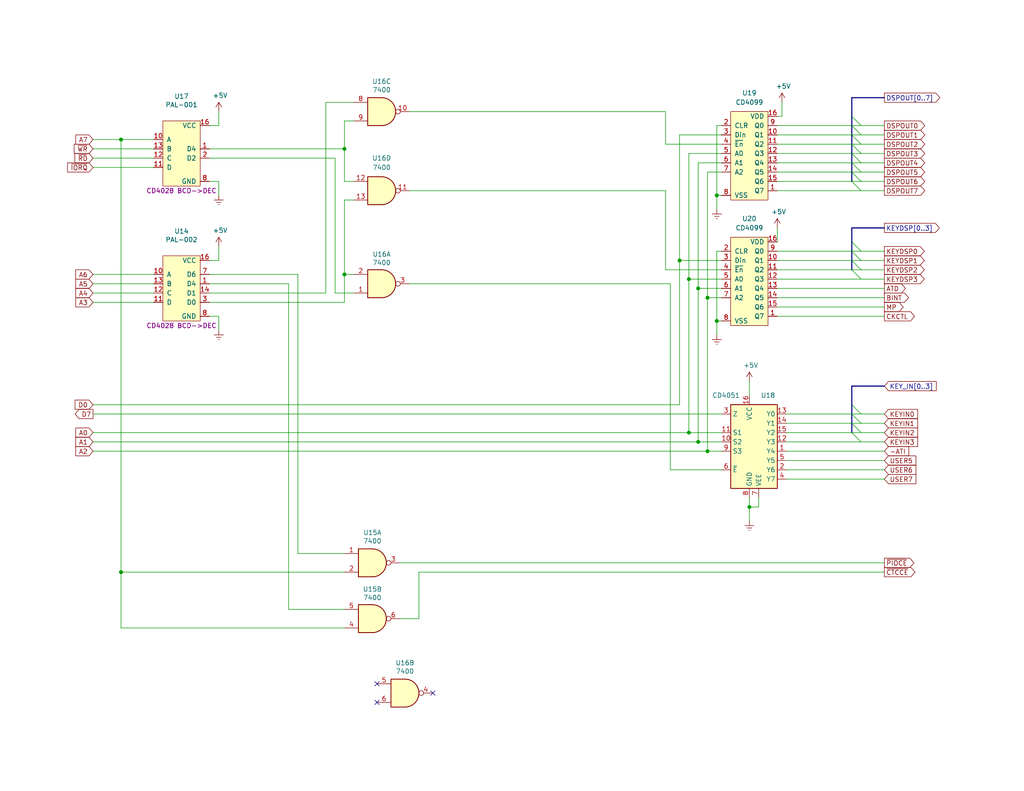
<source format=kicad_sch>
(kicad_sch (version 20230121) (generator eeschema)
  (paper "A")
  (title_block (title "Edu-80 Z80 Trainer") (date "2023-06-03") (rev "0.1") (company "Strangers") (comment 1 "Author: James D. Tucker"))
  (lib_symbols
    (symbol "4xxx:4011" (pin_names (offset 1.016))
      (property "Reference" "U" (at 0 1.27 0))
      (property "Value" "4011" (at 0 -1.27 0))
      (symbol "4011_1_1"
        (arc (start 0 -3.81) (mid 3.7934 0) (end 0 3.81) (stroke (width 0.254)) (fill (type background)))
        (polyline (pts (xy 0 3.81) (xy -3.81 3.81) (xy -3.81 -3.81) (xy 0 -3.81)) (stroke (width 0.254)) (fill (type background)))
        (pin input line (at -7.62 2.54 0) (length 3.81) (name "~") (number "1"))
        (pin input line (at -7.62 -2.54 0) (length 3.81) (name "~") (number "2"))
        (pin output inverted (at 7.62 0 180) (length 3.81) (name "~") (number "3"))
      )
      (symbol "4011_1_2"
        (arc (start -3.81 -3.81) (mid -2.589 0) (end -3.81 3.81) (stroke (width 0.254)))
        (arc (start -0.6096 -3.81) (mid 2.1842 -2.5851) (end 3.81 0) (stroke (width 0.254)) (fill (type background)))
        (polyline (pts (xy -3.81 -3.81) (xy -0.635 -3.81)) (stroke (width 0.254)) (fill (type background)))
        (polyline (pts (xy -3.81 3.81) (xy -0.635 3.81)) (stroke (width 0.254)) (fill (type background)))
        (polyline (pts (xy -0.635 3.81) (xy -3.81 3.81) (xy -3.81 3.81) (xy -3.556 3.4036) (xy -3.0226 2.2606) (xy -2.6924 1.0414) (xy -2.6162 -0.254) (xy -2.7686 -1.4986) (xy -3.175 -2.7178) (xy -3.81 -3.81) (xy -3.81 -3.81) (xy -0.635 -3.81)) (stroke (width -25.4)) (fill (type background)))
        (arc (start 3.81 0) (mid 2.1915 2.5936) (end -0.6096 3.81) (stroke (width 0.254)) (fill (type background)))
        (pin input inverted (at -7.62 2.54 0) (length 4.318) (name "~") (number "1"))
        (pin input inverted (at -7.62 -2.54 0) (length 4.318) (name "~") (number "2"))
        (pin output line (at 7.62 0 180) (length 3.81) (name "~") (number "3"))
      )
      (symbol "4011_2_1"
        (arc (start 0 -3.81) (mid 3.7934 0) (end 0 3.81) (stroke (width 0.254)) (fill (type background)))
        (polyline (pts (xy 0 3.81) (xy -3.81 3.81) (xy -3.81 -3.81) (xy 0 -3.81)) (stroke (width 0.254)) (fill (type background)))
        (pin output inverted (at 7.62 0 180) (length 3.81) (name "~") (number "4"))
        (pin input line (at -7.62 2.54 0) (length 3.81) (name "~") (number "5"))
        (pin input line (at -7.62 -2.54 0) (length 3.81) (name "~") (number "6"))
      )
      (symbol "4011_2_2"
        (arc (start -3.81 -3.81) (mid -2.589 0) (end -3.81 3.81) (stroke (width 0.254)))
        (arc (start -0.6096 -3.81) (mid 2.1842 -2.5851) (end 3.81 0) (stroke (width 0.254)) (fill (type background)))
        (polyline (pts (xy -3.81 -3.81) (xy -0.635 -3.81)) (stroke (width 0.254)) (fill (type background)))
        (polyline (pts (xy -3.81 3.81) (xy -0.635 3.81)) (stroke (width 0.254)) (fill (type background)))
        (polyline (pts (xy -0.635 3.81) (xy -3.81 3.81) (xy -3.81 3.81) (xy -3.556 3.4036) (xy -3.0226 2.2606) (xy -2.6924 1.0414) (xy -2.6162 -0.254) (xy -2.7686 -1.4986) (xy -3.175 -2.7178) (xy -3.81 -3.81) (xy -3.81 -3.81) (xy -0.635 -3.81)) (stroke (width -25.4)) (fill (type background)))
        (arc (start 3.81 0) (mid 2.1915 2.5936) (end -0.6096 3.81) (stroke (width 0.254)) (fill (type background)))
        (pin output line (at 7.62 0 180) (length 3.81) (name "~") (number "4"))
        (pin input inverted (at -7.62 2.54 0) (length 4.318) (name "~") (number "5"))
        (pin input inverted (at -7.62 -2.54 0) (length 4.318) (name "~") (number "6"))
      )
      (symbol "4011_3_1"
        (arc (start 0 -3.81) (mid 3.7934 0) (end 0 3.81) (stroke (width 0.254)) (fill (type background)))
        (polyline (pts (xy 0 3.81) (xy -3.81 3.81) (xy -3.81 -3.81) (xy 0 -3.81)) (stroke (width 0.254)) (fill (type background)))
        (pin output inverted (at 7.62 0 180) (length 3.81) (name "~") (number "10"))
        (pin input line (at -7.62 2.54 0) (length 3.81) (name "~") (number "8"))
        (pin input line (at -7.62 -2.54 0) (length 3.81) (name "~") (number "9"))
      )
      (symbol "4011_3_2"
        (arc (start -3.81 -3.81) (mid -2.589 0) (end -3.81 3.81) (stroke (width 0.254)))
        (arc (start -0.6096 -3.81) (mid 2.1842 -2.5851) (end 3.81 0) (stroke (width 0.254)) (fill (type background)))
        (polyline (pts (xy -3.81 -3.81) (xy -0.635 -3.81)) (stroke (width 0.254)) (fill (type background)))
        (polyline (pts (xy -3.81 3.81) (xy -0.635 3.81)) (stroke (width 0.254)) (fill (type background)))
        (polyline (pts (xy -0.635 3.81) (xy -3.81 3.81) (xy -3.81 3.81) (xy -3.556 3.4036) (xy -3.0226 2.2606) (xy -2.6924 1.0414) (xy -2.6162 -0.254) (xy -2.7686 -1.4986) (xy -3.175 -2.7178) (xy -3.81 -3.81) (xy -3.81 -3.81) (xy -0.635 -3.81)) (stroke (width -25.4)) (fill (type background)))
        (arc (start 3.81 0) (mid 2.1915 2.5936) (end -0.6096 3.81) (stroke (width 0.254)) (fill (type background)))
        (pin output line (at 7.62 0 180) (length 3.81) (name "~") (number "10"))
        (pin input inverted (at -7.62 2.54 0) (length 4.318) (name "~") (number "8"))
        (pin input inverted (at -7.62 -2.54 0) (length 4.318) (name "~") (number "9"))
      )
      (symbol "4011_4_1"
        (arc (start 0 -3.81) (mid 3.7934 0) (end 0 3.81) (stroke (width 0.254)) (fill (type background)))
        (polyline (pts (xy 0 3.81) (xy -3.81 3.81) (xy -3.81 -3.81) (xy 0 -3.81)) (stroke (width 0.254)) (fill (type background)))
        (pin output inverted (at 7.62 0 180) (length 3.81) (name "~") (number "11"))
        (pin input line (at -7.62 2.54 0) (length 3.81) (name "~") (number "12"))
        (pin input line (at -7.62 -2.54 0) (length 3.81) (name "~") (number "13"))
      )
      (symbol "4011_4_2"
        (arc (start -3.81 -3.81) (mid -2.589 0) (end -3.81 3.81) (stroke (width 0.254)))
        (arc (start -0.6096 -3.81) (mid 2.1842 -2.5851) (end 3.81 0) (stroke (width 0.254)) (fill (type background)))
        (polyline (pts (xy -3.81 -3.81) (xy -0.635 -3.81)) (stroke (width 0.254)) (fill (type background)))
        (polyline (pts (xy -3.81 3.81) (xy -0.635 3.81)) (stroke (width 0.254)) (fill (type background)))
        (polyline (pts (xy -0.635 3.81) (xy -3.81 3.81) (xy -3.81 3.81) (xy -3.556 3.4036) (xy -3.0226 2.2606) (xy -2.6924 1.0414) (xy -2.6162 -0.254) (xy -2.7686 -1.4986) (xy -3.175 -2.7178) (xy -3.81 -3.81) (xy -3.81 -3.81) (xy -0.635 -3.81)) (stroke (width -25.4)) (fill (type background)))
        (arc (start 3.81 0) (mid 2.1915 2.5936) (end -0.6096 3.81) (stroke (width 0.254)) (fill (type background)))
        (pin output line (at 7.62 0 180) (length 3.81) (name "~") (number "11"))
        (pin input inverted (at -7.62 2.54 0) (length 4.318) (name "~") (number "12"))
        (pin input inverted (at -7.62 -2.54 0) (length 4.318) (name "~") (number "13"))
      )
      (symbol "4011_5_0"
        (pin power_in line (at 0 12.7 270) (length 5.08) (name "VDD") (number "14"))
        (pin power_in line (at 0 -12.7 90) (length 5.08) (name "VSS") (number "7"))
      )
      (symbol "4011_5_1"
        (rectangle (start -5.08 7.62) (end 5.08 -7.62) (stroke (width 0.254)) (fill (type background)))
      )
    )
    (symbol "74xx:7400" (pin_names (offset 1.016))
      (property "Reference" "U" (at 0 1.27 0))
      (property "Value" "7400" (at 0 -1.27 0))
      (symbol "7400_1_1"
        (arc (start 0 -3.81) (mid 3.7934 0) (end 0 3.81) (stroke (width 0.254)) (fill (type background)))
        (polyline (pts (xy 0 3.81) (xy -3.81 3.81) (xy -3.81 -3.81) (xy 0 -3.81)) (stroke (width 0.254)) (fill (type background)))
        (pin input line (at -7.62 2.54 0) (length 3.81) (name "~") (number "1"))
        (pin input line (at -7.62 -2.54 0) (length 3.81) (name "~") (number "2"))
        (pin output inverted (at 7.62 0 180) (length 3.81) (name "~") (number "3"))
      )
      (symbol "7400_1_2"
        (arc (start -3.81 -3.81) (mid -2.589 0) (end -3.81 3.81) (stroke (width 0.254)))
        (arc (start -0.6096 -3.81) (mid 2.1842 -2.5851) (end 3.81 0) (stroke (width 0.254)) (fill (type background)))
        (polyline (pts (xy -3.81 -3.81) (xy -0.635 -3.81)) (stroke (width 0.254)) (fill (type background)))
        (polyline (pts (xy -3.81 3.81) (xy -0.635 3.81)) (stroke (width 0.254)) (fill (type background)))
        (polyline (pts (xy -0.635 3.81) (xy -3.81 3.81) (xy -3.81 3.81) (xy -3.556 3.4036) (xy -3.0226 2.2606) (xy -2.6924 1.0414) (xy -2.6162 -0.254) (xy -2.7686 -1.4986) (xy -3.175 -2.7178) (xy -3.81 -3.81) (xy -3.81 -3.81) (xy -0.635 -3.81)) (stroke (width -25.4)) (fill (type background)))
        (arc (start 3.81 0) (mid 2.1915 2.5936) (end -0.6096 3.81) (stroke (width 0.254)) (fill (type background)))
        (pin input inverted (at -7.62 2.54 0) (length 4.318) (name "~") (number "1"))
        (pin input inverted (at -7.62 -2.54 0) (length 4.318) (name "~") (number "2"))
        (pin output line (at 7.62 0 180) (length 3.81) (name "~") (number "3"))
      )
      (symbol "7400_2_1"
        (arc (start 0 -3.81) (mid 3.7934 0) (end 0 3.81) (stroke (width 0.254)) (fill (type background)))
        (polyline (pts (xy 0 3.81) (xy -3.81 3.81) (xy -3.81 -3.81) (xy 0 -3.81)) (stroke (width 0.254)) (fill (type background)))
        (pin input line (at -7.62 2.54 0) (length 3.81) (name "~") (number "4"))
        (pin input line (at -7.62 -2.54 0) (length 3.81) (name "~") (number "5"))
        (pin output inverted (at 7.62 0 180) (length 3.81) (name "~") (number "6"))
      )
      (symbol "7400_2_2"
        (arc (start -3.81 -3.81) (mid -2.589 0) (end -3.81 3.81) (stroke (width 0.254)))
        (arc (start -0.6096 -3.81) (mid 2.1842 -2.5851) (end 3.81 0) (stroke (width 0.254)) (fill (type background)))
        (polyline (pts (xy -3.81 -3.81) (xy -0.635 -3.81)) (stroke (width 0.254)) (fill (type background)))
        (polyline (pts (xy -3.81 3.81) (xy -0.635 3.81)) (stroke (width 0.254)) (fill (type background)))
        (polyline (pts (xy -0.635 3.81) (xy -3.81 3.81) (xy -3.81 3.81) (xy -3.556 3.4036) (xy -3.0226 2.2606) (xy -2.6924 1.0414) (xy -2.6162 -0.254) (xy -2.7686 -1.4986) (xy -3.175 -2.7178) (xy -3.81 -3.81) (xy -3.81 -3.81) (xy -0.635 -3.81)) (stroke (width -25.4)) (fill (type background)))
        (arc (start 3.81 0) (mid 2.1915 2.5936) (end -0.6096 3.81) (stroke (width 0.254)) (fill (type background)))
        (pin input inverted (at -7.62 2.54 0) (length 4.318) (name "~") (number "4"))
        (pin input inverted (at -7.62 -2.54 0) (length 4.318) (name "~") (number "5"))
        (pin output line (at 7.62 0 180) (length 3.81) (name "~") (number "6"))
      )
      (symbol "7400_3_1"
        (arc (start 0 -3.81) (mid 3.7934 0) (end 0 3.81) (stroke (width 0.254)) (fill (type background)))
        (polyline (pts (xy 0 3.81) (xy -3.81 3.81) (xy -3.81 -3.81) (xy 0 -3.81)) (stroke (width 0.254)) (fill (type background)))
        (pin input line (at -7.62 -2.54 0) (length 3.81) (name "~") (number "10"))
        (pin output inverted (at 7.62 0 180) (length 3.81) (name "~") (number "8"))
        (pin input line (at -7.62 2.54 0) (length 3.81) (name "~") (number "9"))
      )
      (symbol "7400_3_2"
        (arc (start -3.81 -3.81) (mid -2.589 0) (end -3.81 3.81) (stroke (width 0.254)))
        (arc (start -0.6096 -3.81) (mid 2.1842 -2.5851) (end 3.81 0) (stroke (width 0.254)) (fill (type background)))
        (polyline (pts (xy -3.81 -3.81) (xy -0.635 -3.81)) (stroke (width 0.254)) (fill (type background)))
        (polyline (pts (xy -3.81 3.81) (xy -0.635 3.81)) (stroke (width 0.254)) (fill (type background)))
        (polyline (pts (xy -0.635 3.81) (xy -3.81 3.81) (xy -3.81 3.81) (xy -3.556 3.4036) (xy -3.0226 2.2606) (xy -2.6924 1.0414) (xy -2.6162 -0.254) (xy -2.7686 -1.4986) (xy -3.175 -2.7178) (xy -3.81 -3.81) (xy -3.81 -3.81) (xy -0.635 -3.81)) (stroke (width -25.4)) (fill (type background)))
        (arc (start 3.81 0) (mid 2.1915 2.5936) (end -0.6096 3.81) (stroke (width 0.254)) (fill (type background)))
        (pin input inverted (at -7.62 -2.54 0) (length 4.318) (name "~") (number "10"))
        (pin output line (at 7.62 0 180) (length 3.81) (name "~") (number "8"))
        (pin input inverted (at -7.62 2.54 0) (length 4.318) (name "~") (number "9"))
      )
      (symbol "7400_4_1"
        (arc (start 0 -3.81) (mid 3.7934 0) (end 0 3.81) (stroke (width 0.254)) (fill (type background)))
        (polyline (pts (xy 0 3.81) (xy -3.81 3.81) (xy -3.81 -3.81) (xy 0 -3.81)) (stroke (width 0.254)) (fill (type background)))
        (pin output inverted (at 7.62 0 180) (length 3.81) (name "~") (number "11"))
        (pin input line (at -7.62 2.54 0) (length 3.81) (name "~") (number "12"))
        (pin input line (at -7.62 -2.54 0) (length 3.81) (name "~") (number "13"))
      )
      (symbol "7400_4_2"
        (arc (start -3.81 -3.81) (mid -2.589 0) (end -3.81 3.81) (stroke (width 0.254)))
        (arc (start -0.6096 -3.81) (mid 2.1842 -2.5851) (end 3.81 0) (stroke (width 0.254)) (fill (type background)))
        (polyline (pts (xy -3.81 -3.81) (xy -0.635 -3.81)) (stroke (width 0.254)) (fill (type background)))
        (polyline (pts (xy -3.81 3.81) (xy -0.635 3.81)) (stroke (width 0.254)) (fill (type background)))
        (polyline (pts (xy -0.635 3.81) (xy -3.81 3.81) (xy -3.81 3.81) (xy -3.556 3.4036) (xy -3.0226 2.2606) (xy -2.6924 1.0414) (xy -2.6162 -0.254) (xy -2.7686 -1.4986) (xy -3.175 -2.7178) (xy -3.81 -3.81) (xy -3.81 -3.81) (xy -0.635 -3.81)) (stroke (width -25.4)) (fill (type background)))
        (arc (start 3.81 0) (mid 2.1915 2.5936) (end -0.6096 3.81) (stroke (width 0.254)) (fill (type background)))
        (pin output line (at 7.62 0 180) (length 3.81) (name "~") (number "11"))
        (pin input inverted (at -7.62 2.54 0) (length 4.318) (name "~") (number "12"))
        (pin input inverted (at -7.62 -2.54 0) (length 4.318) (name "~") (number "13"))
      )
      (symbol "7400_5_0"
        (pin power_in line (at 0 12.7 270) (length 5.08) (name "VCC") (number "14"))
        (pin power_in line (at 0 -12.7 90) (length 5.08) (name "GND") (number "7"))
      )
      (symbol "7400_5_1"
        (rectangle (start -5.08 7.62) (end 5.08 -7.62) (stroke (width 0.254)) (fill (type background)))
      )
    )
    (symbol "Edu-80_Symbols:CD4051"
      (property "Reference" "U" (at -5.08 11.43 0))
      (property "Value" "CD4051" (at -7.62 -13.97 0))
      (symbol "CD4051_0_1"
        (rectangle (start -5.08 10.16) (end 7.62 -12.7) (stroke (width 0.254)) (fill (type background)))
      )
      (symbol "CD4051_1_1"
        (pin passive line (at 10.16 -2.54 180) (length 2.54) (name "Y4") (number "1"))
        (pin input line (at -7.62 0 0) (length 2.54) (name "S2") (number "10"))
        (pin input line (at -7.62 2.54 0) (length 2.54) (name "S1") (number "11"))
        (pin passive line (at 10.16 0 180) (length 2.54) (name "Y3") (number "12"))
        (pin passive line (at 10.16 7.62 180) (length 2.54) (name "Y0") (number "13"))
        (pin passive line (at 10.16 5.08 180) (length 2.54) (name "Y1") (number "14"))
        (pin passive line (at 10.16 2.54 180) (length 2.54) (name "Y2") (number "15"))
        (pin power_in line (at 0 12.7 270) (length 2.54) (name "VCC") (number "16"))
        (pin passive line (at 10.16 -7.62 180) (length 2.54) (name "Y6") (number "2"))
        (pin passive line (at -7.62 7.62 0) (length 2.54) (name "Z") (number "3"))
        (pin passive line (at 10.16 -10.16 180) (length 2.54) (name "Y7") (number "4"))
        (pin passive line (at 10.16 -5.08 180) (length 2.54) (name "Y5") (number "5"))
        (pin input line (at -7.62 -7.62 0) (length 2.54) (name "~{E}") (number "6"))
        (pin power_in line (at 2.54 -15.24 90) (length 2.54) (name "VEE") (number "7"))
        (pin power_in line (at 0 -15.24 90) (length 2.54) (name "GND") (number "8"))
        (pin input line (at -7.62 -2.54 0) (length 2.54) (name "S3") (number "9"))
      )
    )
    (symbol "Edu-80_Symbols:CD4099" (pin_names (offset 1.016))
      (property "Reference" "U?" (at 2.54 12.7 0))
      (property "Value" "CD4099" (at -5.08 12.7 0))
      (symbol "CD4099_1_1"
        (rectangle (start -5.08 10.16) (end 5.08 -13.97) (fill (type background)))
        (pin output line (at 7.62 -11.43 180) (length 2.54) (name "Q7") (number "1"))
        (pin output line (at 7.62 3.81 180) (length 2.54) (name "Q1") (number "10"))
        (pin output line (at 7.62 1.27 180) (length 2.54) (name "Q2") (number "11"))
        (pin output line (at 7.62 -1.27 180) (length 2.54) (name "Q3") (number "12"))
        (pin output line (at 7.62 -3.81 180) (length 2.54) (name "Q4") (number "13"))
        (pin output line (at 7.62 -6.35 180) (length 2.54) (name "Q5") (number "14"))
        (pin output line (at 7.62 -8.89 180) (length 2.54) (name "Q6") (number "15"))
        (pin power_in line (at 7.62 8.89 180) (length 2.54) (name "VDD") (number "16"))
        (pin input line (at -7.62 6.35 0) (length 2.54) (name "CLR") (number "2"))
        (pin input line (at -7.62 3.81 0) (length 2.54) (name "Din") (number "3"))
        (pin input line (at -7.62 1.27 0) (length 2.54) (name "~{En}") (number "4"))
        (pin input line (at -7.62 -1.27 0) (length 2.54) (name "A0") (number "5"))
        (pin input line (at -7.62 -3.81 0) (length 2.54) (name "A1") (number "6"))
        (pin input line (at -7.62 -6.35 0) (length 2.54) (name "A2") (number "7"))
        (pin power_in line (at -7.62 -12.7 0) (length 2.54) (name "VSS") (number "8"))
        (pin output line (at 7.62 6.35 180) (length 2.54) (name "Q0") (number "9"))
      )
    )
    (symbol "Edu-80_Symbols:PAL-001" (pin_names (offset 1.016))
      (property "Reference" "U?" (at 2.54 12.7 0))
      (property "Value" "PAL-001" (at -7.62 12.7 0))
      (property "Replacement" "CD4028 BCD->DEC" (at 0 -10.16 0))
      (symbol "PAL-001_0_1"
        (rectangle (start -5.08 8.89) (end 5.08 -8.89) (fill (type background)))
      )
      (symbol "PAL-001_1_1"
        (pin output line (at 7.62 1.27 180) (length 2.54) (name "D4") (number "1"))
        (pin input line (at -7.62 3.81 0) (length 2.54) (name "A") (number "10"))
        (pin input line (at -7.62 -3.81 0) (length 2.54) (name "D") (number "11"))
        (pin input line (at -7.62 -1.27 0) (length 2.54) (name "C") (number "12"))
        (pin input line (at -7.62 1.27 0) (length 2.54) (name "B") (number "13"))
        (pin power_in line (at 7.62 7.62 180) (length 2.54) (name "VCC") (number "16"))
        (pin output line (at 7.62 -1.27 180) (length 2.54) (name "D2") (number "2"))
        (pin power_in line (at 7.62 -7.62 180) (length 2.54) (name "GND") (number "8"))
      )
    )
    (symbol "Edu-80_Symbols:PAL-002" (pin_names (offset 1.016))
      (property "Reference" "U?" (at 2.54 12.7 0))
      (property "Value" "PAL-002" (at -7.62 12.7 0))
      (property "Replacement" "CD4028 BCD->DEC" (at 0 -10.16 0))
      (symbol "PAL-002_0_1"
        (rectangle (start -5.08 8.89) (end 5.08 -8.89) (fill (type background)))
      )
      (symbol "PAL-002_1_1"
        (pin output line (at 7.62 1.27 180) (length 2.54) (name "D4") (number "1"))
        (pin input line (at -7.62 3.81 0) (length 2.54) (name "A") (number "10"))
        (pin input line (at -7.62 -3.81 0) (length 2.54) (name "D") (number "11"))
        (pin input line (at -7.62 -1.27 0) (length 2.54) (name "C") (number "12"))
        (pin input line (at -7.62 1.27 0) (length 2.54) (name "B") (number "13"))
        (pin output line (at 7.62 -1.27 180) (length 2.54) (name "D1") (number "14"))
        (pin power_in line (at 7.62 7.62 180) (length 2.54) (name "VCC") (number "16"))
        (pin output line (at 7.62 -3.81 180) (length 2.54) (name "D0") (number "3"))
        (pin output line (at 7.62 3.81 180) (length 2.54) (name "D6") (number "7"))
        (pin power_in line (at 7.62 -7.62 180) (length 2.54) (name "GND") (number "8"))
      )
    )
    (symbol "power:+5V" (power) (pin_names (offset 0))
      (property "Value" "+5V" (at 0 3.556 0))
      (symbol "+5V_0_1"
        (polyline (pts (xy -0.762 1.27) (xy 0 2.54)))
        (polyline (pts (xy 0 0) (xy 0 2.54)))
        (polyline (pts (xy 0 2.54) (xy 0.762 1.27)))
      )
      (symbol "+5V_1_1"
        (pin power_in line (at 0 0 90) (length 0) hide (name "+5V") (number "1"))
      )
    )
    (symbol "power:Earth" (power) (pin_names (offset 0))
      (symbol "Earth_0_1"
        (polyline (pts (xy -0.635 -1.905) (xy 0.635 -1.905)))
        (polyline (pts (xy -0.127 -2.54) (xy 0.127 -2.54)))
        (polyline (pts (xy 0 -1.27) (xy 0 0)))
        (polyline (pts (xy 1.27 -1.27) (xy -1.27 -1.27)))
      )
      (symbol "Earth_1_1"
        (pin power_in line (at 0 0 270) (length 0) hide (name "Earth") (number "1"))
      )
    )
  )
  (junction (at 204.47 138.43))
  (junction (at 93.98 74.93))
  (junction (at 33.02 156.21))
  (junction (at 33.02 38.1))
  (junction (at 187.96 118.11))
  (junction (at 187.96 76.2))
  (junction (at 195.58 53.34))
  (junction (at 193.04 123.19))
  (junction (at 190.5 120.65))
  (junction (at 193.04 81.28))
  (junction (at 93.98 40.64))
  (junction (at 185.42 71.12))
  (junction (at 195.58 87.63))
  (junction (at 190.5 78.74))
  (no_connect (at 102.87 191.77))
  (no_connect (at 102.87 186.69))
  (no_connect (at 118.11 189.23))
  (bus_entry (at 232.41 71.12) (size 2.54 2.54))
  (bus_entry (at 232.41 46.99) (size 2.54 2.54))
  (bus_entry (at 232.41 66.04) (size 2.54 2.54))
  (bus_entry (at 232.41 31.75) (size 2.54 2.54))
  (bus_entry (at 232.41 44.45) (size 2.54 2.54))
  (bus_entry (at 232.41 113.03) (size 2.54 2.54))
  (bus_entry (at 232.41 68.58) (size 2.54 2.54))
  (bus_entry (at 232.41 115.57) (size 2.54 2.54))
  (bus_entry (at 232.41 36.83) (size 2.54 2.54))
  (bus_entry (at 232.41 34.29) (size 2.54 2.54))
  (bus_entry (at 232.41 73.66) (size 2.54 2.54))
  (bus_entry (at 232.41 118.11) (size 2.54 2.54))
  (bus_entry (at 232.41 49.53) (size 2.54 2.54))
  (bus_entry (at 232.41 41.91) (size 2.54 2.54))
  (bus_entry (at 232.41 110.49) (size 2.54 2.54))
  (bus_entry (at 232.41 39.37) (size 2.54 2.54))
  (wire (pts (xy 234.95 73.66) (xy 241.3 73.66)))
  (bus (pts (xy 232.41 31.75) (xy 232.41 34.29)))
  (wire (pts (xy 25.4 74.93) (xy 41.91 74.93)))
  (bus (pts (xy 232.41 66.04) (xy 232.41 68.58)))
  (bus (pts (xy 232.41 71.12) (xy 232.41 73.66)))
  (wire (pts (xy 91.44 80.01) (xy 96.52 80.01)))
  (wire (pts (xy 214.63 123.19) (xy 241.3 123.19)))
  (wire (pts (xy 204.47 104.14) (xy 204.47 107.95)))
  (wire (pts (xy 212.09 36.83) (xy 232.41 36.83)))
  (wire (pts (xy 93.98 74.93) (xy 96.52 74.93)))
  (bus (pts (xy 232.41 41.91) (xy 232.41 44.45)))
  (wire (pts (xy 212.09 31.75) (xy 213.36 31.75)))
  (wire (pts (xy 212.09 68.58) (xy 232.41 68.58)))
  (wire (pts (xy 241.3 81.28) (xy 212.09 81.28)))
  (wire (pts (xy 57.15 82.55) (xy 93.98 82.55)))
  (wire (pts (xy 190.5 78.74) (xy 190.5 120.65)))
  (wire (pts (xy 57.15 77.47) (xy 78.74 77.47)))
  (wire (pts (xy 234.95 68.58) (xy 241.3 68.58)))
  (wire (pts (xy 93.98 49.53) (xy 96.52 49.53)))
  (wire (pts (xy 207.01 138.43) (xy 207.01 135.89)))
  (wire (pts (xy 234.95 44.45) (xy 241.3 44.45)))
  (wire (pts (xy 234.95 115.57) (xy 241.3 115.57)))
  (wire (pts (xy 234.95 118.11) (xy 241.3 118.11)))
  (wire (pts (xy 59.69 71.12) (xy 57.15 71.12)))
  (wire (pts (xy 25.4 80.01) (xy 41.91 80.01)))
  (wire (pts (xy 212.09 49.53) (xy 232.41 49.53)))
  (wire (pts (xy 81.28 74.93) (xy 81.28 151.13)))
  (bus (pts (xy 232.41 44.45) (xy 232.41 46.99)))
  (bus (pts (xy 241.3 26.67) (xy 232.41 26.67)))
  (wire (pts (xy 234.95 49.53) (xy 241.3 49.53)))
  (wire (pts (xy 214.63 130.81) (xy 241.3 130.81)))
  (wire (pts (xy 187.96 41.91) (xy 196.85 41.91)))
  (wire (pts (xy 212.09 41.91) (xy 232.41 41.91)))
  (wire (pts (xy 59.69 49.53) (xy 59.69 53.34)))
  (wire (pts (xy 195.58 53.34) (xy 195.58 57.15)))
  (wire (pts (xy 91.44 43.18) (xy 91.44 80.01)))
  (wire (pts (xy 190.5 120.65) (xy 196.85 120.65)))
  (wire (pts (xy 196.85 76.2) (xy 187.96 76.2)))
  (wire (pts (xy 232.41 41.91) (xy 234.95 41.91)))
  (wire (pts (xy 193.04 123.19) (xy 196.85 123.19)))
  (wire (pts (xy 232.41 44.45) (xy 234.95 44.45)))
  (wire (pts (xy 187.96 118.11) (xy 196.85 118.11)))
  (wire (pts (xy 25.4 120.65) (xy 190.5 120.65)))
  (wire (pts (xy 187.96 76.2) (xy 187.96 118.11)))
  (wire (pts (xy 190.5 44.45) (xy 196.85 44.45)))
  (wire (pts (xy 234.95 71.12) (xy 241.3 71.12)))
  (wire (pts (xy 33.02 38.1) (xy 41.91 38.1)))
  (wire (pts (xy 196.85 81.28) (xy 193.04 81.28)))
  (wire (pts (xy 214.63 115.57) (xy 232.41 115.57)))
  (wire (pts (xy 204.47 142.24) (xy 204.47 138.43)))
  (wire (pts (xy 204.47 138.43) (xy 204.47 135.89)))
  (wire (pts (xy 59.69 34.29) (xy 57.15 34.29)))
  (wire (pts (xy 57.15 43.18) (xy 91.44 43.18)))
  (wire (pts (xy 25.4 43.18) (xy 41.91 43.18)))
  (wire (pts (xy 234.95 120.65) (xy 241.3 120.65)))
  (wire (pts (xy 109.22 153.67) (xy 241.3 153.67)))
  (wire (pts (xy 234.95 34.29) (xy 241.3 34.29)))
  (wire (pts (xy 25.4 45.72) (xy 41.91 45.72)))
  (wire (pts (xy 78.74 77.47) (xy 78.74 166.37)))
  (wire (pts (xy 181.61 39.37) (xy 196.85 39.37)))
  (wire (pts (xy 93.98 33.02) (xy 96.52 33.02)))
  (wire (pts (xy 204.47 138.43) (xy 207.01 138.43)))
  (wire (pts (xy 111.76 30.48) (xy 181.61 30.48)))
  (wire (pts (xy 241.3 83.82) (xy 212.09 83.82)))
  (wire (pts (xy 213.36 27.94) (xy 213.36 31.75)))
  (wire (pts (xy 241.3 86.36) (xy 212.09 86.36)))
  (bus (pts (xy 232.41 62.23) (xy 232.41 66.04)))
  (wire (pts (xy 232.41 71.12) (xy 234.95 71.12)))
  (wire (pts (xy 25.4 123.19) (xy 193.04 123.19)))
  (wire (pts (xy 214.63 120.65) (xy 234.95 120.65)))
  (wire (pts (xy 93.98 40.64) (xy 93.98 33.02)))
  (wire (pts (xy 232.41 49.53) (xy 234.95 49.53)))
  (wire (pts (xy 185.42 36.83) (xy 196.85 36.83)))
  (wire (pts (xy 93.98 54.61) (xy 93.98 74.93)))
  (wire (pts (xy 196.85 113.03) (xy 25.4 113.03)))
  (wire (pts (xy 109.22 168.91) (xy 114.3 168.91)))
  (wire (pts (xy 33.02 156.21) (xy 33.02 38.1)))
  (wire (pts (xy 212.09 71.12) (xy 232.41 71.12)))
  (wire (pts (xy 182.88 77.47) (xy 182.88 128.27)))
  (bus (pts (xy 241.3 62.23) (xy 232.41 62.23)))
  (wire (pts (xy 33.02 171.45) (xy 93.98 171.45)))
  (wire (pts (xy 33.02 156.21) (xy 93.98 156.21)))
  (wire (pts (xy 234.95 76.2) (xy 241.3 76.2)))
  (wire (pts (xy 232.41 113.03) (xy 234.95 113.03)))
  (wire (pts (xy 212.09 52.07) (xy 234.95 52.07)))
  (bus (pts (xy 232.41 34.29) (xy 232.41 36.83)))
  (wire (pts (xy 214.63 118.11) (xy 232.41 118.11)))
  (bus (pts (xy 232.41 68.58) (xy 232.41 71.12)))
  (wire (pts (xy 232.41 39.37) (xy 234.95 39.37)))
  (wire (pts (xy 195.58 34.29) (xy 196.85 34.29)))
  (bus (pts (xy 232.41 115.57) (xy 232.41 118.11)))
  (wire (pts (xy 232.41 68.58) (xy 234.95 68.58)))
  (wire (pts (xy 25.4 77.47) (xy 41.91 77.47)))
  (wire (pts (xy 88.9 27.94) (xy 96.52 27.94)))
  (bus (pts (xy 232.41 46.99) (xy 232.41 49.53)))
  (bus (pts (xy 232.41 110.49) (xy 232.41 113.03)))
  (wire (pts (xy 33.02 156.21) (xy 33.02 171.45)))
  (bus (pts (xy 232.41 113.03) (xy 232.41 115.57)))
  (wire (pts (xy 234.95 46.99) (xy 241.3 46.99)))
  (bus (pts (xy 241.3 105.41) (xy 232.41 105.41)))
  (wire (pts (xy 57.15 40.64) (xy 93.98 40.64)))
  (wire (pts (xy 181.61 73.66) (xy 196.85 73.66)))
  (wire (pts (xy 212.09 76.2) (xy 234.95 76.2)))
  (wire (pts (xy 114.3 168.91) (xy 114.3 156.21)))
  (wire (pts (xy 196.85 53.34) (xy 195.58 53.34)))
  (wire (pts (xy 214.63 125.73) (xy 241.3 125.73)))
  (wire (pts (xy 241.3 78.74) (xy 212.09 78.74)))
  (wire (pts (xy 195.58 91.44) (xy 195.58 87.63)))
  (wire (pts (xy 25.4 110.49) (xy 185.42 110.49)))
  (wire (pts (xy 234.95 36.83) (xy 241.3 36.83)))
  (wire (pts (xy 234.95 52.07) (xy 241.3 52.07)))
  (wire (pts (xy 234.95 39.37) (xy 241.3 39.37)))
  (wire (pts (xy 212.09 34.29) (xy 232.41 34.29)))
  (wire (pts (xy 111.76 52.07) (xy 181.61 52.07)))
  (wire (pts (xy 232.41 115.57) (xy 234.95 115.57)))
  (wire (pts (xy 193.04 46.99) (xy 196.85 46.99)))
  (wire (pts (xy 25.4 82.55) (xy 41.91 82.55)))
  (wire (pts (xy 78.74 166.37) (xy 93.98 166.37)))
  (wire (pts (xy 59.69 67.31) (xy 59.69 71.12)))
  (wire (pts (xy 190.5 78.74) (xy 190.5 44.45)))
  (wire (pts (xy 212.09 44.45) (xy 232.41 44.45)))
  (bus (pts (xy 232.41 26.67) (xy 232.41 31.75)))
  (wire (pts (xy 96.52 54.61) (xy 93.98 54.61)))
  (wire (pts (xy 93.98 82.55) (xy 93.98 74.93)))
  (wire (pts (xy 234.95 113.03) (xy 241.3 113.03)))
  (wire (pts (xy 25.4 118.11) (xy 187.96 118.11)))
  (wire (pts (xy 25.4 38.1) (xy 33.02 38.1)))
  (wire (pts (xy 25.4 40.64) (xy 41.91 40.64)))
  (wire (pts (xy 181.61 30.48) (xy 181.61 39.37)))
  (bus (pts (xy 232.41 39.37) (xy 232.41 41.91)))
  (wire (pts (xy 185.42 71.12) (xy 185.42 36.83)))
  (wire (pts (xy 193.04 81.28) (xy 193.04 46.99)))
  (bus (pts (xy 232.41 36.83) (xy 232.41 39.37)))
  (wire (pts (xy 195.58 53.34) (xy 195.58 34.29)))
  (wire (pts (xy 232.41 118.11) (xy 234.95 118.11)))
  (wire (pts (xy 185.42 71.12) (xy 196.85 71.12)))
  (wire (pts (xy 232.41 34.29) (xy 234.95 34.29)))
  (wire (pts (xy 234.95 41.91) (xy 241.3 41.91)))
  (wire (pts (xy 187.96 76.2) (xy 187.96 41.91)))
  (wire (pts (xy 195.58 87.63) (xy 195.58 68.58)))
  (wire (pts (xy 111.76 77.47) (xy 182.88 77.47)))
  (wire (pts (xy 212.09 46.99) (xy 232.41 46.99)))
  (wire (pts (xy 88.9 80.01) (xy 88.9 27.94)))
  (wire (pts (xy 232.41 46.99) (xy 234.95 46.99)))
  (wire (pts (xy 59.69 30.48) (xy 59.69 34.29)))
  (wire (pts (xy 214.63 113.03) (xy 232.41 113.03)))
  (wire (pts (xy 57.15 49.53) (xy 59.69 49.53)))
  (wire (pts (xy 214.63 128.27) (xy 241.3 128.27)))
  (wire (pts (xy 195.58 68.58) (xy 196.85 68.58)))
  (wire (pts (xy 81.28 151.13) (xy 93.98 151.13)))
  (wire (pts (xy 232.41 36.83) (xy 234.95 36.83)))
  (bus (pts (xy 232.41 105.41) (xy 232.41 110.49)))
  (wire (pts (xy 114.3 156.21) (xy 241.3 156.21)))
  (wire (pts (xy 196.85 78.74) (xy 190.5 78.74)))
  (wire (pts (xy 212.09 62.23) (xy 212.09 66.04)))
  (wire (pts (xy 193.04 81.28) (xy 193.04 123.19)))
  (wire (pts (xy 57.15 86.36) (xy 59.69 86.36)))
  (wire (pts (xy 93.98 40.64) (xy 93.98 49.53)))
  (wire (pts (xy 181.61 52.07) (xy 181.61 73.66)))
  (wire (pts (xy 59.69 86.36) (xy 59.69 90.17)))
  (wire (pts (xy 57.15 74.93) (xy 81.28 74.93)))
  (wire (pts (xy 212.09 73.66) (xy 232.41 73.66)))
  (wire (pts (xy 232.41 73.66) (xy 234.95 73.66)))
  (wire (pts (xy 195.58 87.63) (xy 196.85 87.63)))
  (wire (pts (xy 57.15 80.01) (xy 88.9 80.01)))
  (wire (pts (xy 182.88 128.27) (xy 196.85 128.27)))
  (wire (pts (xy 185.42 110.49) (xy 185.42 71.12)))
  (wire (pts (xy 212.09 39.37) (xy 232.41 39.37)))
  (global_label "USER6" (shape input) (at 241.3 128.27 0) (property "Intersheetrefs" "${INTERSHEET_REFS}" (effects hide)))
  (global_label "A1" (shape input) (at 25.4 120.65 180) (property "Intersheetrefs" "${INTERSHEET_REFS}" (effects hide)))
  (global_label "~{CTCCE}" (shape output) (at 241.3 156.21 0) (property "Intersheetrefs" "${INTERSHEET_REFS}" (effects hide)))
  (global_label "KEYDSP0" (shape output) (at 241.3 68.58 0) (property "Intersheetrefs" "${INTERSHEET_REFS}" (effects hide)))
  (global_label "A0" (shape input) (at 25.4 118.11 180) (property "Intersheetrefs" "${INTERSHEET_REFS}" (effects hide)))
  (global_label "A4" (shape input) (at 25.4 80.01 180) (property "Intersheetrefs" "${INTERSHEET_REFS}" (effects hide)))
  (global_label "-ATI" (shape input) (at 241.3 123.19 0) (property "Intersheetrefs" "${INTERSHEET_REFS}" (effects hide)))
  (global_label "A3" (shape input) (at 25.4 82.55 180) (property "Intersheetrefs" "${INTERSHEET_REFS}" (effects hide)))
  (global_label "BINT" (shape output) (at 241.3 81.28 0) (property "Intersheetrefs" "${INTERSHEET_REFS}" (effects hide)))
  (global_label "A5" (shape input) (at 25.4 77.47 180) (property "Intersheetrefs" "${INTERSHEET_REFS}" (effects hide)))
  (global_label "KEYIN2" (shape input) (at 241.3 118.11 0) (property "Intersheetrefs" "${INTERSHEET_REFS}" (effects hide)))
  (global_label "KEYDSP2" (shape output) (at 241.3 73.66 0) (property "Intersheetrefs" "${INTERSHEET_REFS}" (effects hide)))
  (global_label "USER7" (shape input) (at 241.3 130.81 0) (property "Intersheetrefs" "${INTERSHEET_REFS}" (effects hide)))
  (global_label "DSPOUT7" (shape output) (at 241.3 52.07 0) (property "Intersheetrefs" "${INTERSHEET_REFS}" (effects hide)))
  (global_label "DSPOUT[0..7]" (shape output) (at 241.3 26.67 0) (property "Intersheetrefs" "${INTERSHEET_REFS}" (effects hide)))
  (global_label "MP" (shape output) (at 241.3 83.82 0) (property "Intersheetrefs" "${INTERSHEET_REFS}" (effects hide)))
  (global_label "KEYIN3" (shape input) (at 241.3 120.65 0) (property "Intersheetrefs" "${INTERSHEET_REFS}" (effects hide)))
  (global_label "A7" (shape input) (at 25.4 38.1 180) (property "Intersheetrefs" "${INTERSHEET_REFS}" (effects hide)))
  (global_label "DSPOUT0" (shape output) (at 241.3 34.29 0) (property "Intersheetrefs" "${INTERSHEET_REFS}" (effects hide)))
  (global_label "KEYIN1" (shape input) (at 241.3 115.57 0) (property "Intersheetrefs" "${INTERSHEET_REFS}" (effects hide)))
  (global_label "KEYIN0" (shape input) (at 241.3 113.03 0) (property "Intersheetrefs" "${INTERSHEET_REFS}" (effects hide)))
  (global_label "KEYDSP3" (shape output) (at 241.3 76.2 0) (property "Intersheetrefs" "${INTERSHEET_REFS}" (effects hide)))
  (global_label "~{PIOCE}" (shape output) (at 241.3 153.67 0) (property "Intersheetrefs" "${INTERSHEET_REFS}" (effects hide)))
  (global_label "DSPOUT1" (shape output) (at 241.3 36.83 0) (property "Intersheetrefs" "${INTERSHEET_REFS}" (effects hide)))
  (global_label "A2" (shape input) (at 25.4 123.19 180) (property "Intersheetrefs" "${INTERSHEET_REFS}" (effects hide)))
  (global_label "DSPOUT6" (shape output) (at 241.3 49.53 0) (property "Intersheetrefs" "${INTERSHEET_REFS}" (effects hide)))
  (global_label "CKCTL" (shape output) (at 241.3 86.36 0) (property "Intersheetrefs" "${INTERSHEET_REFS}" (effects hide)))
  (global_label "USER5" (shape input) (at 241.3 125.73 0) (property "Intersheetrefs" "${INTERSHEET_REFS}" (effects hide)))
  (global_label "D7" (shape output) (at 25.4 113.03 180) (property "Intersheetrefs" "${INTERSHEET_REFS}" (effects hide)))
  (global_label "KEY_IN[0..3]" (shape input) (at 241.3 105.41 0) (property "Intersheetrefs" "${INTERSHEET_REFS}" (effects hide)))
  (global_label "KEYDSP1" (shape output) (at 241.3 71.12 0) (property "Intersheetrefs" "${INTERSHEET_REFS}" (effects hide)))
  (global_label "DSPOUT5" (shape output) (at 241.3 46.99 0) (property "Intersheetrefs" "${INTERSHEET_REFS}" (effects hide)))
  (global_label "~{IORQ}" (shape input) (at 25.4 45.72 180) (property "Intersheetrefs" "${INTERSHEET_REFS}" (effects hide)))
  (global_label "~{RD}" (shape input) (at 25.4 43.18 180) (property "Intersheetrefs" "${INTERSHEET_REFS}" (effects hide)))
  (global_label "DSPOUT4" (shape output) (at 241.3 44.45 0) (property "Intersheetrefs" "${INTERSHEET_REFS}" (effects hide)))
  (global_label "D0" (shape input) (at 25.4 110.49 180) (property "Intersheetrefs" "${INTERSHEET_REFS}" (effects hide)))
  (global_label "DSPOUT2" (shape output) (at 241.3 39.37 0) (property "Intersheetrefs" "${INTERSHEET_REFS}" (effects hide)))
  (global_label "ATD" (shape output) (at 241.3 78.74 0) (property "Intersheetrefs" "${INTERSHEET_REFS}" (effects hide)))
  (global_label "~{WR}" (shape input) (at 25.4 40.64 180) (property "Intersheetrefs" "${INTERSHEET_REFS}" (effects hide)))
  (global_label "KEYDSP[0..3]" (shape output) (at 241.3 62.23 0) (property "Intersheetrefs" "${INTERSHEET_REFS}" (effects hide)))
  (global_label "A6" (shape input) (at 25.4 74.93 180) (property "Intersheetrefs" "${INTERSHEET_REFS}" (effects hide)))
  (global_label "DSPOUT3" (shape output) (at 241.3 41.91 0) (property "Intersheetrefs" "${INTERSHEET_REFS}" (effects hide)))
  (symbol (lib_id "power:+5V") (at 59.69 30.48 0) (unit 1)
    (property "Reference" "#PWR0161" (effects hide))
    (property "Value" "+5V" (at 60.071 26.0858 0))
  )
  (symbol (lib_id "power:Earth") (at 59.69 90.17 0) (unit 1)
    (property "Reference" "#PWR0163" (effects hide))
    (property "Value" "Earth" (effects hide))
  )
  (symbol (lib_id "power:+5V") (at 59.69 67.31 0) (unit 1)
    (property "Reference" "#PWR0162" (effects hide))
    (property "Value" "+5V" (at 60.071 62.9158 0))
  )
  (symbol (lib_id "power:Earth") (at 59.69 53.34 0) (unit 1)
    (property "Reference" "#PWR0164" (effects hide))
    (property "Value" "Earth" (effects hide))
  )
  (symbol (lib_id "74xx:7400") (at 101.6 153.67 0) (unit 1)
    (property "Reference" "U15" (at 101.6 145.415 0))
    (property "Value" "7400" (at 101.6 147.7264 0))
    (property "Datasheet" "http://www.ti.com/lit/gpn/sn7400" (effects hide))
  )
  (symbol (lib_id "74xx:7400") (at 101.6 168.91 0) (mirror x) (unit 2)
    (property "Reference" "U15" (at 101.6 160.8582 0))
    (property "Value" "7400" (at 101.6 163.1696 0))
    (property "Datasheet" "http://www.ti.com/lit/gpn/sn7400" (effects hide))
  )
  (symbol (lib_id "4xxx:4011") (at 104.14 30.48 0) (unit 3)
    (property "Reference" "U16" (at 104.14 22.225 0))
    (property "Value" "7400" (at 104.14 24.5364 0))
    (property "Datasheet" "http://www.ti.com/lit/gpn/sn7400" (effects hide))
  )
  (symbol (lib_id "4xxx:4011") (at 104.14 52.07 0) (unit 4)
    (property "Reference" "U16" (at 104.14 43.18 0))
    (property "Value" "7400" (at 104.14 45.72 0))
    (property "Datasheet" "http://www.ti.com/lit/gpn/sn7400" (effects hide))
  )
  (symbol (lib_id "4xxx:4011") (at 104.14 77.47 0) (mirror x) (unit 1)
    (property "Reference" "U16" (at 104.14 69.4182 0))
    (property "Value" "7400" (at 104.14 71.7296 0))
    (property "Datasheet" "http://www.ti.com/lit/gpn/sn7400" (effects hide))
  )
  (symbol (lib_id "Edu-80_Symbols:CD4051") (at 204.47 120.65 0) (unit 1)
    (property "Reference" "U18" (at 209.55 107.95 0))
    (property "Value" "CD4051" (at 198.12 107.95 0))
    (property "Datasheet" "http://www.ti.com/lit/ds/symlink/cd74hc4051.pdf" (effects hide))
  )
  (symbol (lib_id "power:Earth") (at 195.58 57.15 0) (unit 1)
    (property "Reference" "#PWR0165" (effects hide))
    (property "Value" "Earth" (effects hide))
  )
  (symbol (lib_id "power:Earth") (at 195.58 91.44 0) (unit 1)
    (property "Reference" "#PWR0166" (effects hide))
    (property "Value" "Earth" (effects hide))
  )
  (symbol (lib_id "power:+5V") (at 213.36 27.94 0) (unit 1)
    (property "Reference" "#PWR0167" (effects hide))
    (property "Value" "+5V" (at 213.741 23.5458 0))
  )
  (symbol (lib_id "power:+5V") (at 212.09 62.23 0) (unit 1)
    (property "Reference" "#PWR0168" (effects hide))
    (property "Value" "+5V" (at 212.471 57.8358 0))
  )
  (symbol (lib_id "power:+5V") (at 204.47 104.14 0) (unit 1)
    (property "Reference" "#PWR0169" (effects hide))
    (property "Value" "+5V" (at 204.851 99.7458 0))
  )
  (symbol (lib_id "power:Earth") (at 204.47 142.24 0) (unit 1)
    (property "Reference" "#PWR0170" (effects hide))
    (property "Value" "Earth" (effects hide))
  )
  (symbol (lib_id "Edu-80_Symbols:PAL-001") (at 49.53 41.91 0) (unit 1)
    (property "Reference" "U17" (at 49.53 26.289 0))
    (property "Value" "PAL-001" (at 49.53 28.6004 0))
    (property "Replacement" "CD4028 BCD->DEC" (at 49.53 52.07 0))
  )
  (symbol (lib_id "Edu-80_Symbols:PAL-002") (at 49.53 78.74 0) (unit 1)
    (property "Reference" "U14" (at 49.53 63.119 0))
    (property "Value" "PAL-002" (at 49.53 65.4304 0))
    (property "Replacement" "CD4028 BCD->DEC" (at 49.53 88.9 0))
  )
  (symbol (lib_id "Edu-80_Symbols:CD4099") (at 204.47 74.93 0) (unit 1)
    (property "Reference" "U20" (at 204.47 59.69 0))
    (property "Value" "CD4099" (at 204.47 62.23 0))
  )
  (symbol (lib_id "Edu-80_Symbols:CD4099") (at 204.47 40.64 0) (unit 1)
    (property "Reference" "U19" (at 204.47 25.4 0))
    (property "Value" "CD4099" (at 204.47 27.94 0))
  )
  (symbol (lib_id "4xxx:4011") (at 110.49 189.23 0) (unit 2)
    (property "Reference" "U16" (at 110.49 180.975 0))
    (property "Value" "7400" (at 110.49 183.2864 0))
    (property "Datasheet" "http://www.ti.com/lit/gpn/sn7400" (effects hide))
  )
)
</source>
